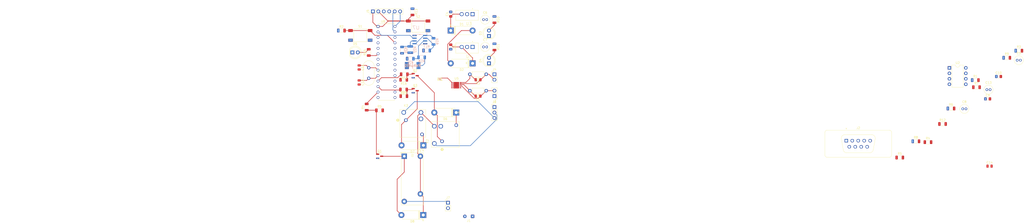
<source format=kicad_pcb>
(kicad_pcb (version 20211014) (generator pcbnew)
  (layers (0 "F.Cu" signal) (31 "B.Cu" signal) (34 "B.Paste" user) (35 "F.Paste" user) (36 "B.SilkS" user "B.Silkscreen") (37 "F.SilkS" user "F.Silkscreen") (38 "B.Mask" user) (39 "F.Mask" user) (44 "Edge.Cuts" user))
  (net 0 "")
  (net 1 "Net-(C1-Pad1)")
  (net 2 "+VCC2")
  (net 3 "Net-(C2-Pad1)")
  (net 4 "+VCC1")
  (net 5 "Net-(C4-Pad1)")
  (net 6 "Net-(C5-Pad1)")
  (net 7 "/CANH")
  (net 8 "/CANL")
  (net 9 "/OSC1")
  (net 10 "/OSC2 ")
  (net 11 "VBAT")
  (net 12 "Net-(D3-Pad2)")
  (net 13 "Net-(D4-Pad2)")
  (net 14 "Net-(D5-Pad2)")
  (net 15 "Net-(D6-Pad2)")
  (net 16 "Net-(D7-Pad2)")
  (net 23 "Net-(C1-Pad2)")
  (net 24 "/RESET")
  (net 25 "/PGC")
  (net 26 "/PGD")
  (net 27 "M2")
  (net 28 "M1")
  (net 29 "Net-(J7-Pad1)")
  (net 30 "Net-(C14-Pad2)")
  (net 31 "/PMW_5V")
  (net 32 "/Relé1")
  (net 33 "/Relé2")
  (net 34 "/Heater")
  (net 35 "Net-(R4-Pad1)")
  (net 36 "/SCL2")
  (net 37 "Net-(R7-Pad2)")
  (net 38 "Net-(R15-Pad1)")
  (net 39 "Net-(R17-Pad1)")
  (net 40 "Net-(R18-Pad1)")
  (net 41 "/Relé_Out")
  (net 42 "/IN_B")
  (net 43 "Net-(R20-Pad2)")
  (net 44 "/TX_CAN")
  (net 45 "/RX_CAN")
  (net 46 "Net-(C2-Pad2)")
  (net 47 "/INTB")
  (net 48 "/SD")
  (net 49 "Net-(D7-Pad1)")
  (net 58 "GND")
  (net 59 "Net-(D6-Pad1)")
  (net 60 "Net-(D8-Pad2)")
  (net 61 "Net-(Q1-Pad1)")
  (net 62 "Net-(Q2-Pad1)")
  (net 63 "Net-(Q3-Pad1)")
  (net 64 "/SCL1")
  (net 65 "/SDA1")
  (net 66 "Net-(R6-Pad2)")
  (net 67 "/SDA2")
  (net 69 "INTERRP")
  (footprint "Capacitor_SMD:C_0805_2012Metric" (layer "F.Cu") (at 412.98 129.06)
    (fp_text reference "C14")
    (fp_text value "100 nF")
  )
  (footprint "Capacitor_SMD:C_0805_2012Metric_Pad1.18x1.45mm_HandSolder" (layer "F.Cu") (at 162.56 73.66 -90)
    (fp_text reference "C5")
    (fp_text value "10uF")
  )
  (footprint "Inductor_THT:L_Axial_L5.3mm_D2.2mm_P7.62mm_Horizontal_Vishay_IM-1" (layer "F.Cu") (at 179.07 86.36 180)
    (fp_text reference "L2")
    (fp_text value "18uH")
  )
  (footprint "Package_TO_SOT_SMD:SOT-23" (layer "F.Cu") (at 146.05 86.995)
    (fp_text reference "Q2")
    (fp_text value "BC817")
  )
  (footprint "Resistor_SMD:R_1206_3216Metric" (layer "F.Cu") (at 395.055 102.26)
    (fp_text reference "R6")
    (fp_text value "200k")
  )
  (footprint "Diode_THT:D_5W_P10.16mm_Horizontal" (layer "F.Cu") (at 162.56 66.04)
    (fp_text reference "D1")
    (fp_text value "1N4002")
  )
  (footprint "Capacitor_THT:C_Radial_D4.0mm_H5.0mm_P1.50mm" (layer "F.Cu") (at 177.8 60.96)
    (fp_text reference "C6")
    (fp_text value "10uF")
  )
  (footprint "Llibreria_Projecte_Maleter:RELAY_1393280-5" (layer "F.Cu") (at 160.02 114.3 90)
    (fp_text reference "K2")
    (fp_text value "1393280-5")
  )
  (footprint "Resistor_SMD:R_1206_3216Metric" (layer "F.Cu") (at 140.6545 93.472 180)
    (fp_text reference "R23")
    (fp_text value "60k")
  )
  (footprint "Resistor_SMD:R_1206_3216Metric" (layer "F.Cu") (at 111.76 66.04)
    (fp_text reference "R2")
    (fp_text value "10K")
  )
  (footprint "Llibreria_Projecte_Maleter:SW_2-1437565-7" (layer "F.Cu") (at 147.425 63.845)
    (fp_text reference "S2")
    (fp_text value "2-1437565-7")
  )
  (footprint "Package_TO_SOT_SMD:SOT-23" (layer "F.Cu") (at 129.54 124.46)
    (fp_text reference "Q1")
    (fp_text value "BC817")
  )
  (footprint "Capacitor_SMD:C_0805_2012Metric" (layer "F.Cu") (at 120.015 83.185 -90)
    (fp_text reference "C11")
    (fp_text value "15 pF")
  )
  (footprint "Package_DIP:DIP-8_W7.62mm" (layer "F.Cu") (at 394.325 83.39)
    (fp_text reference "U2")
    (fp_text value "MCP2551-I-P")
  )
  (footprint "Llibreria_Projecte_Maleter:DIP787W45P254L3556H508Q28" (layer "F.Cu") (at 132.715 80.645)
    (fp_text reference "U6")
    (fp_text value "PIC18F258-I/SP")
  )
  (footprint "Capacitor_THT:C_Radial_D4.0mm_H5.0mm_P1.50mm" (layer "F.Cu") (at 400.515 102.42)
    (fp_text reference "C8")
    (fp_text value "100pF")
  )
  (footprint "Resistor_SMD:R_1206_3216Metric" (layer "F.Cu") (at 426.585 75.41)
    (fp_text reference "R3")
    (fp_text value "22k")
  )
  (footprint "Connector_PinHeader_2.54mm:PinHeader_1x02_P2.54mm_Vertical" (layer "F.Cu") (at 182.88 96.52 180)
    (fp_text reference "J3")
    (fp_text value "Conn_01x02")
  )
  (footprint "Diode_THT:D_5W_P10.16mm_Horizontal" (layer "F.Cu") (at 149.86 119.38 180)
    (fp_text reference "D7")
    (fp_text value "1N4002")
  )
  (footprint "Resistor_SMD:R_1206_3216Metric" (layer "F.Cu") (at 384.355 117.91)
    (fp_text reference "R4")
    (fp_text value "10k")
  )
  (footprint "Resistor_SMD:R_1206_3216Metric" (layer "F.Cu") (at 140.716 88.9 180)
    (fp_text reference "R16")
    (fp_text value "10k")
  )
  (footprint "Llibreria_Projecte_Maleter:SW_2-1437565-7" (layer "F.Cu") (at 120.545 68.29)
    (fp_text reference "S1")
    (fp_text value "2-1437565-7")
  )
  (footprint "Resistor_SMD:R_1206_3216Metric" (layer "F.Cu") (at 140.7775 96.52)
    (fp_text reference "R24")
    (fp_text value "10k")
  )
  (footprint "Capacitor_SMD:C_0805_2012Metric_Pad1.18x1.45mm_HandSolder" (layer "F.Cu") (at 162.56 58.42 90)
    (fp_text reference "C4")
    (fp_text value "10uF")
  )
  (footprint "Resistor_SMD:R_1206_3216Metric" (layer "F.Cu") (at 391.135 109.46)
    (fp_text reference "R12")
    (fp_text value "60")
  )
  (footprint "Diode_THT:D_5W_P10.16mm_Horizontal" (layer "F.Cu") (at 172.72 81.28 180)
    (fp_text reference "D2")
    (fp_text value "1N4002")
  )
  (footprint "Connector_PinHeader_2.54mm:PinHeader_1x03_P2.54mm_Vertical" (layer "F.Cu") (at 182.88 101.6)
    (fp_text reference "J6")
    (fp_text value "Conn_Male")
  )
  (footprint "BQ_Library:TO254P1054X470X1955-3" (layer "F.Cu") (at 170.18 73.66 180)
    (fp_text reference "U4")
    (fp_text value "LM1117-3.3")
  )
  (footprint "Connector_PinHeader_2.54mm:PinHeader_1x06_P2.54mm_Vertical" (layer "F.Cu") (at 126.365 57.15 90)
    (fp_text reference "J5")
    (fp_text value "Conn_01x06_Fem")
  )
  (footprint "Relay_THT:Relay_1P1T_NO_10x24x18.8mm_Panasonic_ADW11xxxxW_THT" (layer "F.Cu") (at 140.97 124.46)
    (fp_text reference "K1")
    (fp_text value "ADW11")
  )
  (footprint "LED_THT:LED_D5.0mm" (layer "F.Cu") (at 116.84 76.2)
    (fp_text reference "D5")
    (fp_text value "LED")
  )
  (footprint "BQ_Library:TO254P1054X470X1955-3" (layer "F.Cu") (at 170.18 58.42 180)
    (fp_text reference "U3")
    (fp_text value "LM1117-5.0")
  )
  (footprint "LED_THT:LED_D5.0mm" (layer "F.Cu") (at 180.34 68.58 90)
    (fp_text reference "D3")
    (fp_text value "LED")
  )
  (footprint "Crystal:Crystal_HC49-4H_Vertical" (layer "F.Cu") (at 124.46 83.335 -90)
    (fp_text reference "Y1")
    (fp_text value "Crystal")
  )
  (footprint "Resistor_SMD:R_1206_3216Metric" (layer "F.Cu") (at 123.5055 101.6 90)
    (fp_text reference "R4")
    (fp_text value "60k")
  )
  (footprint "Diode_THT:D_5W_P10.16mm_Horizontal" (layer "F.Cu") (at 149.8 151.765 180)
    (fp_text reference "D8")
    (fp_text value "1N4002")
  )
  (footprint "Capacitor_SMD:C_0805_2012Metric_Pad1.18x1.45mm_HandSolder" (layer "F.Cu") (at 417.175 87.4)
    (fp_text reference "C10")
    (fp_text value "0.1uF")
  )
  (footprint "Resistor_SMD:R_1206_3216Metric" (layer "F.Cu") (at 406.355 89.09)
    (fp_text reference "R1")
    (fp_text value "22k")
  )
  (footprint "Resistor_SMD:R_1206_3216Metric" (layer "F.Cu") (at 371.245 125.06)
    (fp_text reference "R5")
    (fp_text value "10k")
  )
  (footprint "Resistor_SMD:R_1206_3216Metric" (layer "F.Cu") (at 420.975 78.7)
    (fp_text reference "R9")
    (fp_text value "22k")
  )
  (footprint "Package_TO_SOT_SMD:SOT-23" (layer "F.Cu") (at 146.05 93.98)
    (fp_text reference "Q3")
    (fp_text value "BC817")
  )
  (footprint "Inductor_THT:L_Axial_L5.3mm_D2.2mm_P7.62mm_Horizontal_Vishay_IM-1" (layer "F.Cu") (at 179.07 93.98 180)
    (fp_text reference "L1")
    (fp_text value "18uH")
  )
  (footprint "Connector_Wire:SolderWire-0.1sqmm_1x02_P3.6mm_D0.4mm_OD1mm" (layer "F.Cu") (at 172.72 152.4 180)
    (fp_text reference "J1")
    (fp_text value "Conn_01x02")
  )
  (footprint "Resistor_SMD:R_1206_3216Metric" (layer "F.Cu") (at 182.88 73.66 -90)
    (fp_text reference "R11")
    (fp_text value "1k")
  )
  (footprint "Llibreria_Projecte_Maleter:RELAY_1393280-5" (layer "F.Cu") (at 144.945 109.18)
    (fp_text reference "K3")
    (fp_text value "1393280-5")
  )
  (footprint "Resistor_SMD:R_1206_3216Metric" (layer "F.Cu") (at 124.46 76.2 90)
    (fp_text reference "R15")
    (fp_text value "1k")
  )
  (footprint "Connector_PinHeader_2.54mm:PinHeader_1x02_P2.54mm_Vertical" (layer "F.Cu") (at 161.29 146.05)
    (fp_text reference "J7")
    (fp_text value "Conn_01x02")
  )
  (footprint "Resistor_SMD:R_1206_3216Metric" (layer "F.Cu") (at 144.78 57.3425 -90)
    (fp_text reference "R13")
    (fp_text value "10K")
  )
  (footprint "Capacitor_SMD:C_0805_2012Metric_Pad1.18x1.45mm_HandSolder" (layer "F.Cu") (at 175.26 88.9 180)
    (fp_text reference "C2")
    (fp_text value "33pF")
  )
  (footprint "Capacitor_THT:C_Radial_D4.0mm_H5.0mm_P1.50mm" (layer "F.Cu") (at 411.735 93.51)
    (fp_text reference "C13")
    (fp_text value "100nF")
  )
  (footprint "Capacitor_SMD:C_0805_2012Metric" (layer "F.Cu") (at 120.015 90.17 -90)
    (fp_text reference "C12")
    (fp_text value "15 pF")
  )
  (footprint "Diode_THT:D_5W_P10.16mm_Horizontal" (layer "F.Cu") (at 165.1 104.14 180)
    (fp_text reference "D6")
    (fp_text value "1N4002")
  )
  (footprint "Capacitor_THT:C_Radial_D4.0mm_H5.0mm_P1.50mm" (layer "F.Cu") (at 425.805 79.83)
    (fp_text reference "C3")
    (fp_text value "100nF")
  )
  (footprint "Resistor_SMD:R_1206_3216Metric" (layer "F.Cu") (at 406.905 92.38)
    (fp_text reference "R7")
    (fp_text value "20k")
  )
  (footprint "Resistor_SMD:R_1206_3216Metric" (layer "F.Cu") (at 129.4785 103.124)
    (fp_text reference "R5")
    (fp_text value "10k")
  )
  (footprint "LED_THT:LED_D5.0mm" (layer "F.Cu") (at 180.34 81.28 90)
    (fp_text reference "D4")
    (fp_text value "LED")
  )
  (footprint "Llibreria_Projecte_Maleter:TCA39306DTMR" (layer "F.Cu") (at 157.48 88.63 180)
    (fp_text reference "U1")
    (fp_text value "TCA39306DTMR" hide)
  )
  (footprint "Connector_PinHeader_2.54mm:PinHeader_1x02_P2.54mm_Vertical" (layer "F.Cu") (at 182.88 86.36)
    (fp_text reference "J4")
    (fp_text value "Conn_01x02")
  )
  (footprint "Connector_Dsub:DSUB-9_Male_Vertical_P2.77x2.84mm" (layer "F.Cu") (at 346.415 117.219338)
    (fp_text reference "J2")
    (fp_text value "DB9_Male")
  )
  (footprint "Capacitor_THT:C_Radial_D4.0mm_H5.0mm_P1.50mm" (layer "F.Cu") (at 177.8 73.66)
    (fp_text reference "C7")
    (fp_text value "10uF")
  )
  (footprint "Resistor_SMD:R_1206_3216Metric" (layer "F.Cu") (at 182.88 60.96 -90)
    (fp_text reference "R10")
    (fp_text value "1k")
  )
  (footprint "Resistor_SMD:R_1206_3216Metric" (layer "F.Cu") (at 378.745 117.51)
    (fp_text reference "R8")
    (fp_text value "22k")
  )
  (footprint "Llibreria_Projecte_Maleter:SON50P400X400X100-13N" (layer "F.Cu") (at 165.1 91.44)
    (fp_text reference "U5")
    (fp_text value "FDC2212QDNTTQ1")
  )
  (footprint "Resistor_SMD:R_1206_3216Metric" (layer "F.Cu") (at 140.97 86.36 180)
    (fp_text reference "R14")
    (fp_text value "60k")
  )
  (footprint "Capacitor_SMD:C_0805_2012Metric_Pad1.18x1.45mm_HandSolder" (layer "F.Cu") (at 412.115 97.79)
    (fp_text reference "C9")
    (fp_text value "0.1 uF")
  )
  (footprint "Capacitor_SMD:C_0805_2012Metric_Pad1.18x1.45mm_HandSolder" (layer "F.Cu") (at 175.26 96.52 180)
    (fp_text reference "C1")
    (fp_text value "33pF")
  )
  (footprint "Resistor_SMD:R_1206_3216Metric" (layer "B.Cu") (at 149.0325 78.49)
    (fp_text reference "R18")
    (fp_text value "1k")
  )
  (footprint "Resistor_SMD:R_1206_3216Metric" (layer "B.Cu") (at 143.76 79.125)
    (fp_text reference "R21")
    (fp_text value "100k")
  )
  (footprint "Llibreria_Projecte_Maleter:SOIC127P600X175-8N" (layer "B.Cu") (at 148.205 70.235 180)
    (fp_text reference "U7")
    (fp_text value "AD8616ARZ")
  )
  (footprint "Llibreria_Projecte_Maleter:ShuntRes" (layer "B.Cu") (at 144.87 82.3 180)
    (fp_text reference "Rshunt1")
    (fp_text value "2m" hide)
  )
  (footprint "Resistor_SMD:R_1206_3216Metric" (layer "B.Cu") (at 139.95 75.1225 90)
    (fp_text reference "R20")
    (fp_text value "10k")
  )
  (footprint "Resistor_SMD:R_1206_3216Metric" (layer "B.Cu") (at 154.555 71.0625 90)
    (fp_text reference "R19")
    (fp_text value "100k")
  )
  (footprint "Resistor_SMD:R_1210_3225Metric" (layer "B.Cu") (at 143.76 74.8725 90)
    (fp_text reference "R22")
    (fp_text value "80k")
  )
  (footprint "Resistor_SMD:R_1206_3216Metric" (layer "B.Cu") (at 151.38 75.315 180)
    (fp_text reference "R17")
    (fp_text value "1k")
  )
  (segment (start 175.24798 97.56952) (end 176.2975 96.52) (width 0.25) (layer "F.Cu") (net 1))
  (segment (start 176.53 96.52) (end 179.07 93.98) (width 0.25) (layer "F.Cu") (net 1))
  (segment (start 167.035 91.69) (end 167.5697 91.69) (width 0.25) (layer "F.Cu") (net 1))
  (segment (start 176.2975 96.52) (end 176.53 96.52) (width 0.25) (layer "F.Cu") (net 1))
  (segment (start 173.44922 97.56952) (end 175.24798 97.56952) (width 0.25) (layer "F.Cu") (net 1))
  (segment (start 179.07 93.98) (end 182.88 93.98) (width 0.25) (layer "F.Cu") (net 1))
  (segment (start 167.5697 91.69) (end 173.44922 97.56952) (width 0.25) (layer "F.Cu") (net 1))
  (segment (start 180.34 86.36) (end 182.88 88.9) (width 0.25) (layer "F.Cu") (net 3))
  (segment (start 174.5075 90.69) (end 176.2975 88.9) (width 0.25) (layer "F.Cu") (net 3))
  (segment (start 176.53 88.9) (end 179.07 86.36) (width 0.25) (layer "F.Cu") (net 3))
  (segment (start 176.2975 88.9) (end 176.53 88.9) (width 0.25) (layer "F.Cu") (net 3))
  (segment (start 167.035 90.69) (end 174.5075 90.69) (width 0.25) (layer "F.Cu") (net 3))
  (segment (start 179.07 86.36) (end 180.34 86.36) (width 0.25) (layer "F.Cu") (net 3))
  (segment (start 162.56 66.04) (end 162.56 59.4575) (width 0.25) (layer "F.Cu") (net 5))
  (segment (start 162.56 59.4575) (end 163.5975 58.42) (width 0.25) (layer "F.Cu") (net 5))
  (segment (start 163.5975 58.42) (end 167.64 58.42) (width 0.25) (layer "F.Cu") (net 5))
  (segment (start 172.72 78.74) (end 167.64 73.66) (width 0.25) (layer "F.Cu") (net 6))
  (segment (start 162.56 72.6225) (end 163.5975 73.66) (width 0.25) (layer "F.Cu") (net 6))
  (segment (start 163.5975 73.66) (end 167.64 73.66) (width 0.25) (layer "F.Cu") (net 6))
  (segment (start 172.72 81.28) (end 172.72 78.74) (width 0.25) (layer "F.Cu") (net 6))
  (segment (start 127.658 83.335) (end 128.778 84.455) (width 0.25) (layer "F.Cu") (net 9))
  (segment (start 123.36 82.235) (end 124.46 83.335) (width 0.25) (layer "F.Cu") (net 9))
  (segment (start 120.015 82.235) (end 123.36 82.235) (width 0.25) (layer "F.Cu") (net 9))
  (segment (start 124.46 83.335) (end 127.658 83.335) (width 0.25) (layer "F.Cu") (net 9))
  (segment (start 124.46 88.215) (end 127.558 88.215) (width 0.25) (layer "F.Cu") (net 10))
  (segment (start 123.455 89.22) (end 124.46 88.215) (width 0.25) (layer "F.Cu") (net 10))
  (segment (start 127.558 88.215) (end 128.778 86.995) (width 0.25) (layer "F.Cu") (net 10))
  (segment (start 120.015 89.22) (end 123.455 89.22) (width 0.25) (layer "F.Cu") (net 10))
  (segment (start 148.725 104.1) (end 154.94 110.315) (width 0.25) (layer "F.Cu") (net 11))
  (segment (start 161.160001 72.397506) (end 161.160001 79.880001) (width 0.25) (layer "F.Cu") (net 11))
  (segment (start 149.8 151.765) (end 149.8 143.29) (width 0.25) (layer "F.Cu") (net 11))
  (segment (start 147.220001 123.210001) (end 147.220001 105.604999) (width 0.25) (layer "F.Cu") (net 11))
  (segment (start 147.220001 105.604999) (end 148.725 104.1) (width 0.25) (layer "F.Cu") (net 11))
  (segment (start 167.517507 66.04) (end 161.160001 72.397506) (width 0.25) (layer "F.Cu") (net 11))
  (segment (start 172.72 66.04) (end 167.517507 66.04) (width 0.25) (layer "F.Cu") (net 11))
  (segment (start 148.47 124.46) (end 147.220001 123.210001) (width 0.25) (layer "F.Cu") (net 11))
  (segment (start 149.8 143.29) (end 148.47 141.96) (width 0.25) (layer "F.Cu") (net 11))
  (segment (start 148.12 104.1) (end 148.725 104.1) (width 0.25) (layer "F.Cu") (net 11))
  (segment (start 154.94 110.315) (end 154.94 110.52) (width 0.25) (layer "F.Cu") (net 11))
  (segment (start 148.47 141.96) (end 148.47 124.46) (width 0.25) (layer "F.Cu") (net 11))
  (segment (start 161.160001 79.880001) (end 162.56 81.28) (width 0.25) (layer "F.Cu") (net 11))
  (segment (start 180.34 66.04) (end 182.88 63.5) (width 0.25) (layer "F.Cu") (net 12))
  (segment (start 182.88 63.5) (end 182.88 62.4225) (width 0.25) (layer "F.Cu") (net 12))
  (segment (start 180.34 78.74) (end 182.88 76.2) (width 0.25) (layer "F.Cu") (net 13))
  (segment (start 182.88 76.2) (end 182.88 75.1225) (width 0.25) (layer "F.Cu") (net 13))
  (segment (start 119.38 76.2) (end 122.9975 76.2) (width 0.25) (layer "F.Cu") (net 14))
  (segment (start 122.9975 76.2) (end 124.46 74.7375) (width 0.25) (layer "F.Cu") (net 14))
  (segment (start 154.94 104.14) (end 156.339999 105.539999) (width 0.25) (layer "F.Cu") (net 15))
  (segment (start 154.94 94.9475) (end 146.9875 86.995) (width 0.25) (layer "F.Cu") (net 15))
  (segment (start 154.94 104.14) (end 154.94 94.9475) (width 0.25) (layer "F.Cu") (net 15))
  (segment (start 156.339999 105.539999) (end 156.339999 115.319999) (width 0.25) (layer "F.Cu") (net 15))
  (segment (start 156.339999 115.319999) (end 158.54 117.52) (width 0.25) (layer "F.Cu") (net 15))
  (segment (start 146.9875 93.98) (end 146.9875 102.4375) (width 0.25) (layer "F.Cu") (net 16))
  (segment (start 139.7 109.725) (end 141.725 107.7) (width 0.25) (layer "F.Cu") (net 16))
  (segment (start 146.9875 102.4375) (end 141.725 107.7) (width 0.25) (layer "F.Cu") (net 16))
  (segment (start 139.7 119.38) (end 139.7 109.725) (width 0.25) (layer "F.Cu") (net 16))
  (segment (start 168.66 91.19) (end 171.45 93.98) (width 0.25) (layer "F.Cu") (net 23))
  (segment (start 173.99 96.52) (end 174.2225 96.52) (width 0.25) (layer "F.Cu") (net 23))
  (segment (start 167.035 91.19) (end 168.66 91.19) (width 0.25) (layer "F.Cu") (net 23))
  (segment (start 171.45 93.98) (end 173.99 96.52) (width 0.25) (layer "F.Cu") (net 23))
  (segment (start 151.975 61.595) (end 142.875 61.595) (width 0.25) (layer "F.Cu") (net 24))
  (segment (start 142.875 61.595) (end 133.35 61.595) (width 0.25) (layer "F.Cu") (net 24))
  (segment (start 142.875 60.71) (end 142.875 61.595) (width 0.25) (layer "F.Cu") (net 24))
  (segment (start 130.937 64.135) (end 128.778 64.135) (width 0.25) (layer "F.Cu") (net 24))
  (segment (start 126.365 62.23) (end 128.27 64.135) (width 0.25) (layer "F.Cu") (net 24))
  (segment (start 133.477 61.595) (end 130.937 64.135) (width 0.25) (layer "F.Cu") (net 24))
  (segment (start 144.78 58.805) (end 142.875 60.71) (width 0.25) (layer "F.Cu") (net 24))
  (segment (start 133.35 61.595) (end 128.905 57.15) (width 0.25) (layer "F.Cu") (net 24))
  (segment (start 126.365 57.15) (end 126.365 62.23) (width 0.25) (layer "F.Cu") (net 24))
  (segment (start 142.875 61.595) (end 133.477 61.595) (width 0.25) (layer "F.Cu") (net 24))
  (segment (start 128.27 64.135) (end 128.778 64.135) (width 0.25) (layer "F.Cu") (net 24))
  (segment (start 136.525 57.15) (end 135.675 58) (width 0.25) (layer "B.Cu") (net 25))
  (segment (start 135.675 58) (end 135.675 65.698) (width 0.25) (layer "B.Cu") (net 25))
  (segment (start 135.675 65.698) (end 136.652 66.675) (width 0.25) (layer "B.Cu") (net 25))
  (segment (start 139.065 61.722) (end 136.652 64.135) (width 0.25) (layer "B.Cu") (net 26))
  (segment (start 139.065 57.15) (end 139.065 61.722) (width 0.25) (layer "B.Cu") (net 26))
  (segment (start 175.26 99.06) (end 182.88 106.68) (width 0.25) (layer "B.Cu") (net 27))
  (segment (start 140.725 104.1) (end 145.765 99.06) (width 0.25) (layer "B.Cu") (net 27))
  (segment (start 145.765 99.06) (end 175.26 99.06) (width 0.25) (layer "B.Cu") (net 27))
  (segment (start 184.054511 105.314511) (end 182.88 104.14) (width 0.25) (layer "B.Cu") (net 28))
  (segment (start 171.65101 119.57) (end 184.054511 107.166499) (width 0.25) (layer "B.Cu") (net 28))
  (segment (start 154.94 118.52) (end 155.99 119.57) (width 0.25) (layer "B.Cu") (net 28))
  (segment (start 155.99 119.57) (end 171.65101 119.57) (width 0.25) (layer "B.Cu") (net 28))
  (segment (start 184.054511 107.166499) (end 184.054511 105.314511) (width 0.25) (layer "B.Cu") (net 28))
  (segment (start 160.7 145.46) (end 161.29 146.05) (width 0.25) (layer "F.Cu") (net 29))
  (segment (start 160.7 145.46) (end 161.29 146.05) (width 0.25) (layer "B.Cu") (net 29))
  (segment (start 140.97 145.46) (end 160.7 145.46) (width 0.25) (layer "B.Cu") (net 29))
  (segment (start 123.5055 99.8875) (end 128.778 94.615) (width 0.25) (layer "F.Cu") (net 31))
  (segment (start 123.5055 100.1375) (end 123.5055 99.8875) (width 0.25) (layer "F.Cu") (net 31))
  (segment (start 128.778 89.535) (end 130.368 87.945) (width 0.25) (layer "F.Cu") (net 32))
  (segment (start 130.368 87.945) (end 137.9225 87.945) (width 0.25) (layer "F.Cu") (net 32))
  (segment (start 137.9225 87.945) (end 139.5075 86.36) (width 0.25) (layer "F.Cu") (net 32))
  (segment (start 128.778 92.075) (end 130.368 93.665) (width 0.25) (layer "F.Cu") (net 33))
  (segment (start 138.999 93.665) (end 139.192 93.472) (width 0.25) (layer "F.Cu") (net 33))
  (segment (start 130.368 93.665) (end 138.999 93.665) (width 0.25) (layer "F.Cu") (net 33))
  (segment (start 133.162489 68.265489) (end 127.320489 68.265489) (width 0.25) (layer "F.Cu") (net 34))
  (segment (start 127.320489 68.265489) (end 125.095 66.04) (width 0.25) (layer "F.Cu") (net 34))
  (segment (start 136.652 71.755) (end 133.162489 68.265489) (width 0.25) (layer "F.Cu") (net 34))
  (segment (start 115.995 66.04) (end 125.095 66.04) (width 0.25) (layer "F.Cu") (net 34))
  (segment (start 113.2225 66.04) (end 115.995 66.04) (width 0.25) (layer "F.Cu") (net 34))
  (segment (start 128.778 76.835) (end 127.9505 77.6625) (width 0.25) (layer "F.Cu") (net 38))
  (segment (start 127.9505 77.6625) (end 124.46 77.6625) (width 0.25) (layer "F.Cu") (net 38))
  (segment (start 154.555 73.6025) (end 154.555 72.525) (width 0.25) (layer "B.Cu") (net 39))
  (segment (start 152.8425 75.315) (end 154.555 73.6025) (width 0.25) (layer "B.Cu") (net 39))
  (segment (start 151.63 69.6) (end 150.6688 69.6) (width 0.25) (layer "B.Cu") (net 39))
  (segment (start 154.555 72.525) (end 151.63 69.6) (width 0.25) (layer "B.Cu") (net 39))
  (segment (start 145.2225 79.125) (end 146.935 79.125) (width 0.25) (layer "B.Cu") (net 40))
  (segment (start 149.9576 70.87) (end 150.6688 70.87) (width 0.25) (layer "B.Cu") (net 40))
  (segment (start 147.57 73.2576) (end 149.9576 70.87) (width 0.25) (layer "B.Cu") (net 40))
  (segment (start 146.935 79.125) (end 147.57 78.49) (width 0.25) (layer "B.Cu") (net 40))
  (segment (start 147.57 78.49) (end 147.57 73.2576) (width 0.25) (layer "B.Cu") (net 40))
  (segment (start 149.475 82.3) (end 150.495 81.28) (width 0.25) (layer "B.Cu") (net 41))
  (segment (start 145.1125 87.945) (end 145.1125 87.9325) (width 0.25) (layer "B.Cu") (net 41))
  (segment (start 150.495 81.28) (end 150.495 78.49) (width 0.25) (layer "B.Cu") (net 41))
  (segment (start 147.57 82.3) (end 149.475 82.3) (width 0.25) (layer "B.Cu") (net 41))
  (segment (start 153.285 68.33) (end 154.555 69.6) (width 0.25) (layer "B.Cu") (net 42))
  (segment (start 150.6688 68.33) (end 153.285 68.33) (width 0.25) (layer "B.Cu") (net 42))
  (segment (start 145.7412 72.14) (end 146.2088 72.14) (width 0.25) (layer "B.Cu") (net 42))
  (segment (start 150.0188 68.33) (end 150.6688 68.33) (width 0.25) (layer "B.Cu") (net 42))
  (segment (start 146.2088 72.14) (end 150.0188 68.33) (width 0.25) (layer "B.Cu") (net 42))
  (segment (start 140.2 73.41) (end 139.95 73.66) (width 0.25) (layer "B.Cu") (net 43))
  (segment (start 143.76 73.41) (end 140.2 73.41) (width 0.25) (layer "B.Cu") (net 43))
  (segment (start 143.76 71.505) (end 143.76 73.41) (width 0.25) (layer "B.Cu") (net 43))
  (segment (start 145.7412 70.87) (end 144.395 70.87) (width 0.25) (layer "B.Cu") (net 43))
  (segment (start 144.395 70.87) (end 143.76 71.505) (width 0.25) (layer "B.Cu") (net 43))
  (segment (start 173.99 88.9) (end 174.2225 88.9) (width 0.25) (layer "F.Cu") (net 46))
  (segment (start 167.035 90.19) (end 169.575 90.19) (width 0.25) (layer "F.Cu") (net 46))
  (segment (start 171.45 88.315) (end 171.45 86.36) (width 0.25) (layer "F.Cu") (net 46))
  (segment (start 169.575 90.19) (end 171.45 88.315) (width 0.25) (layer "F.Cu") (net 46))
  (segment (start 171.45 86.36) (end 173.99 88.9) (width 0.25) (layer "F.Cu") (net 46))
  (segment (start 149.86 114.935) (end 149.225 114.3) (width 0.25) (layer "F.Cu") (net 49))
  (segment (start 149.86 119.38) (end 149.86 114.935) (width 0.25) (layer "F.Cu") (net 49))
  (segment (start 165.1 109.98) (end 165.14 110.02) (width 0.25) (layer "F.Cu") (net 59))
  (segment (start 165.1 104.14) (end 165.1 109.98) (width 0.25) (layer "F.Cu") (net 59))
  (segment (start 140.97 131.826) (end 140.97 124.46) (width 0.25) (layer "F.Cu") (net 60))
  (segment (start 137.668 149.793) (end 137.668 135.128) (width 0.25) (layer "F.Cu") (net 60))
  (segment (start 130.4775 124.46) (end 140.97 124.46) (width 0.25) (layer "F.Cu") (net 60))
  (segment (start 139.64 151.765) (end 137.668 149.793) (width 0.25) (layer "F.Cu") (net 60))
  (segment (start 137.668 135.128) (end 140.97 131.826) (width 0.25) (layer "F.Cu") (net 60))
  (segment (start 123.5055 103.0625) (end 127.9545 103.0625) (width 0.25) (layer "F.Cu") (net 61))
  (segment (start 128.016 122.9235) (end 128.6025 123.51) (width 0.25) (layer "F.Cu") (net 61))
  (segment (start 128.016 103.124) (end 128.016 122.9235) (width 0.25) (layer "F.Cu") (net 61))
  (segment (start 127.9545 103.0625) (end 128.016 103.124) (width 0.25) (layer "F.Cu") (net 61))
  (segment (start 144.7975 86.36) (end 145.1125 86.045) (width 0.25) (layer "F.Cu") (net 62))
  (segment (start 142.1785 86.614) (end 142.4325 86.36) (width 0.25) (layer "F.Cu") (net 62))
  (segment (start 142.4325 86.36) (end 144.7975 86.36) (width 0.25) (layer "F.Cu") (net 62))
  (segment (start 142.1785 88.9) (end 142.1785 86.614) (width 0.25) (layer "F.Cu") (net 62))
  (segment (start 142.24 96.52) (end 142.24 93.595) (width 0.25) (layer "F.Cu") (net 63))
  (segment (start 142.24 93.595) (end 142.117 93.472) (width 0.25) (layer "F.Cu") (net 63))
  (segment (start 144.6705 93.472) (end 145.1125 93.03) (width 0.25) (layer "F.Cu") (net 63))
  (segment (start 145.1125 93.03) (end 145.1125 93.213003) (width 0.25) (layer "F.Cu") (net 63))
  (segment (start 142.117 93.472) (end 144.6705 93.472) (width 0.25) (layer "F.Cu") (net 63))
  (segment (start 163.165 90.19) (end 161.105 88.13) (width 0.25) (layer "F.Cu") (net 64))
  (segment (start 157.87 88.13) (end 161.105 88.13) (width 0.25) (layer "F.Cu") (net 64))
  (segment (start 145.03 69.6) (end 143.695 68.265) (width 0.25) (layer "B.Cu") (net 69))
  (segment (start 145.7412 69.6) (end 145.03 69.6) (width 0.25) (layer "B.Cu") (net 69))
  (segment (start 143.695 68.265) (end 130.368 68.265) (width 0.25) (layer "B.Cu") (net 69))
  (segment (start 130.368 68.265) (end 128.778 66.675) (width 0.25) (layer "B.Cu") (net 69))
)
</source>
